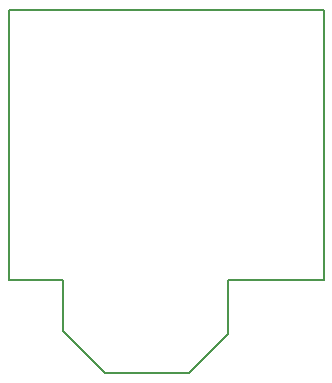
<source format=gm1>
G04 #@! TF.FileFunction,Profile,NP*
%FSLAX46Y46*%
G04 Gerber Fmt 4.6, Leading zero omitted, Abs format (unit mm)*
G04 Created by KiCad (PCBNEW 4.0.1-stable) date 2016 July 16, Saturday 18:17:22*
%MOMM*%
G01*
G04 APERTURE LIST*
%ADD10C,0.100000*%
%ADD11C,0.150000*%
G04 APERTURE END LIST*
D10*
D11*
X150622000Y-127000000D02*
X158750000Y-127000000D01*
X150622000Y-131572000D02*
X150622000Y-127000000D01*
X147320000Y-134874000D02*
X150622000Y-131572000D01*
X140208000Y-134874000D02*
X147320000Y-134874000D01*
X136652000Y-131318000D02*
X140208000Y-134874000D01*
X136652000Y-127000000D02*
X136652000Y-131318000D01*
X132080000Y-127000000D02*
X136652000Y-127000000D01*
X132080000Y-104140000D02*
X158750000Y-104140000D01*
X132080000Y-127000000D02*
X132080000Y-104140000D01*
X158750000Y-127000000D02*
X158750000Y-104140000D01*
M02*

</source>
